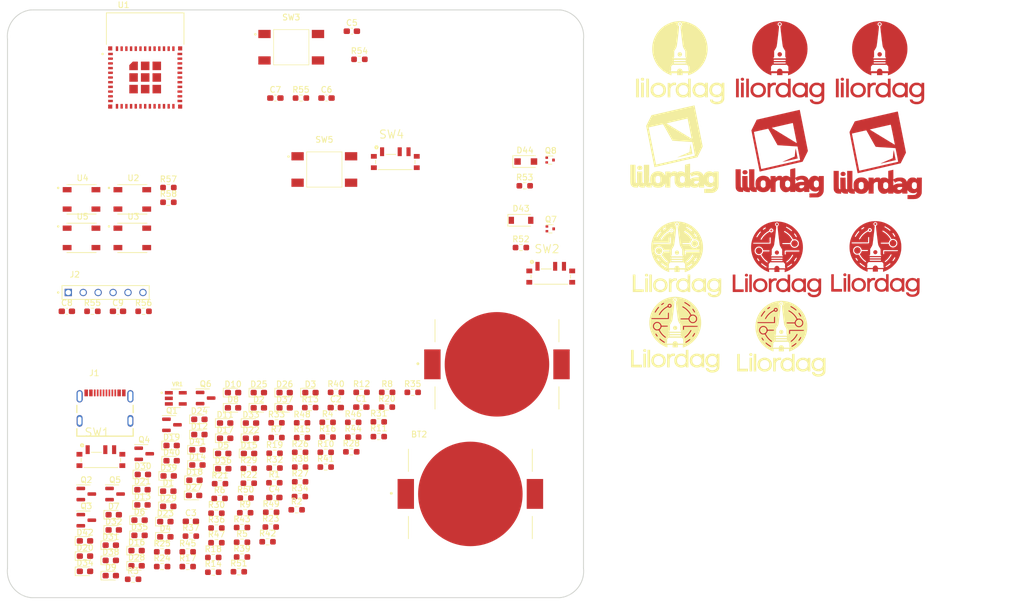
<source format=kicad_pcb>
(kicad_pcb (version 20211014) (generator pcbnew)
  (title_block (title "Lilordag logo test") (date "2022-09-02") (rev "1"))
  (layers (0 "F.Cu" signal) (31 "B.Cu" signal) (34 "B.Paste" user) (35 "F.Paste" user) (36 "B.SilkS" user "B.Silkscreen") (37 "F.SilkS" user "F.Silkscreen") (38 "B.Mask" user) (39 "F.Mask" user) (44 "Edge.Cuts" user))
  (net 0 "")
  (net 1 "LEFT_LED_CONNECTION")
  (net 2 "RIGHT_LED_CONNECTION")
  (net 3 "Net-(D1-Pad2)")
  (net 4 "Net-(D3-Pad2)")
  (net 5 "Net-(D5-Pad2)")
  (net 6 "Net-(D7-Pad2)")
  (net 7 "Net-(D9-Pad2)")
  (net 8 "Net-(D11-Pad2)")
  (net 9 "Net-(D13-Pad2)")
  (net 10 "Net-(D15-Pad2)")
  (net 11 "Net-(D17-Pad2)")
  (net 12 "Net-(D19-Pad2)")
  (net 13 "Net-(D21-Pad2)")
  (net 14 "Net-(D22-Pad2)")
  (net 15 "GND")
  (net 16 "+3.3V")
  (net 18 "VCC")
  (net 19 "RIGHT_BASE")
  (net 20 "LEFT_BASE")
  (net 21 "Net-(D2-Pad2)")
  (net 22 "Net-(D4-Pad2)")
  (net 23 "Net-(D6-Pad2)")
  (net 24 "Net-(D8-Pad2)")
  (net 25 "Net-(D10-Pad2)")
  (net 26 "Net-(D12-Pad2)")
  (net 27 "Net-(D14-Pad2)")
  (net 28 "Net-(D16-Pad2)")
  (net 29 "Net-(D18-Pad2)")
  (net 30 "Net-(D20-Pad2)")
  (net 31 "Net-(Q2-Pad1)")
  (net 32 "Net-(Q3-Pad1)")
  (net 33 "Net-(D23-Pad2)")
  (net 34 "Net-(D24-Pad2)")
  (net 35 "Net-(D25-Pad2)")
  (net 36 "Net-(D26-Pad2)")
  (net 37 "Net-(D27-Pad2)")
  (net 38 "Net-(D28-Pad2)")
  (net 39 "Net-(D29-Pad2)")
  (net 40 "Net-(D30-Pad2)")
  (net 41 "Net-(D31-Pad2)")
  (net 42 "Net-(D32-Pad2)")
  (net 43 "Net-(D33-Pad2)")
  (net 44 "Net-(D34-Pad2)")
  (net 45 "Net-(D35-Pad2)")
  (net 46 "Net-(D36-Pad2)")
  (net 47 "Net-(D37-Pad2)")
  (net 48 "Net-(D38-Pad2)")
  (net 49 "Net-(D39-Pad2)")
  (net 50 "Net-(D40-Pad2)")
  (net 51 "Net-(D41-Pad2)")
  (net 52 "Net-(D42-Pad2)")
  (net 53 "+5V")
  (net 54 "USB_D-")
  (net 55 "USB_D+")
  (net 57 "Net-(J1-PadB5)")
  (net 58 "Net-(J1-PadA5)")
  (net 60 "Net-(Q1-Pad1)")
  (net 61 "Net-(Q3-Pad3)")
  (net 62 "Net-(Q4-Pad1)")
  (net 63 "Net-(R47-Pad2)")
  (net 64 "+BATT")
  (net 65 "Net-(BT1-Pad3)")
  (net 66 "V3.3-ESP")
  (net 67 "Net-(D43-Pad2)")
  (net 68 "Net-(BT1-Pad1)")
  (net 69 "Net-(D1-Pad1)")
  (net 70 "Net-(D10-Pad1)")
  (net 71 "Net-(Q4-Pad3)")
  (net 81 "STRAP_IO2")
  (net 87 "STRAP_IO8")
  (net 88 "BOOT")
  (net 91 "RX")
  (net 92 "TX")
  (net 95 "V3.3-VIBRATOR")
  (net 96 "Net-(R57-Pad1)")
  (net 101 "ENABLE")
  (net 102 "Net-(U1-Pad5)")
  (net 103 "RGB")
  (net 104 "Net-(U2-Pad2)")
  (net 105 "Net-(U3-Pad2)")
  (net 106 "Net-(U4-Pad2)")
  (footprint "Resistor_SMD:R_0603_1608Metric_Pad0.98x0.95mm_HandSolder" (layer "F.Cu") (at 116 59.925)
    (fp_text reference "R53")
    (fp_text value "100k" hide)
  )
  (footprint "Resistor_SMD:R_0603_1608Metric_Pad0.98x0.95mm_HandSolder" (layer "F.Cu") (at 91.17 102.6)
    (fp_text reference "R11")
    (fp_text value "470")
  )
  (footprint "HEADER-6-PIN:TE_5-146282-6" (layer "F.Cu") (at 38.345 78.08)
    (fp_text reference "J2")
    (fp_text value "5-146282-6")
  )
  (footprint "PCM12SMTR:SW_PCM12SMTR" (layer "F.Cu") (at 43.89 106.57)
    (fp_text reference "SW1")
    (fp_text value "PCM12SMTR")
  )
  (footprint "LED_SMD:LED_0603_1608Metric_Pad1.05x0.95mm_HandSolder" (layer "F.Cu") (at 60.645 102.25)
    (fp_text reference "D12")
    (fp_text value "RED")
  )
  (footprint "LED_SMD:LED_0603_1608Metric_Pad1.05x0.95mm_HandSolder" (layer "F.Cu") (at 49.965 121.99)
    (fp_text reference "D16")
    (fp_text value "RED")
  )
  (footprint "LED_SMD:LED_0603_1608Metric_Pad1.05x0.95mm_HandSolder" (layer "F.Cu") (at 75.155 95.11)
    (fp_text reference "D26")
    (fp_text value "RED")
  )
  (footprint "ESP32-C3-MINI:XCVR_ESP32-C3-MINI-1-N4" (layer "F.Cu") (at 51.425 38.8)
    (fp_text reference "U1")
    (fp_text value "ESP32-C3-MINI-1-N4")
  )
  (footprint "LED_SMD:LED_0603_1608Metric_Pad1.05x0.95mm_HandSolder" (layer "F.Cu") (at 66.375 97.7)
    (fp_text reference "D8")
    (fp_text value "RED")
  )
  (footprint "LED_SMD:LED_0603_1608Metric_Pad1.05x0.95mm_HandSolder" (layer "F.Cu") (at 51.035 109.04)
    (fp_text reference "D30")
    (fp_text value "RED")
  )
  (footprint "LED_SMD:LED_0603_1608Metric_Pad1.05x0.95mm_HandSolder" (layer "F.Cu") (at 54.855 119.65)
    (fp_text reference "D4")
    (fp_text value "RED")
  )
  (footprint "Resistor_SMD:R_0603_1608Metric_Pad0.98x0.95mm_HandSolder" (layer "F.Cu") (at 64.16 110.61)
    (fp_text reference "R21")
    (fp_text value "470")
  )
  (footprint "Resistor_SMD:R_0603_1608Metric_Pad0.98x0.95mm_HandSolder" (layer "F.Cu") (at 77.79 110.29)
    (fp_text reference "R27")
    (fp_text value "470")
  )
  (footprint "LED_SMD:LED_0603_1608Metric_Pad1.05x0.95mm_HandSolder" (layer "F.Cu") (at 50.965 111.63)
    (fp_text reference "D21")
    (fp_text value "RED")
  )
  (footprint "pcb_logos:candy-simple-light-green" (layer "F.Cu") (at 165.650917 61.334839)
    (fp_text reference "Ref**" hide)
    (fp_text value "Val**" hide)
  )
  (footprint "Resistor_SMD:R_0603_1608Metric_Pad0.98x0.95mm_HandSolder" (layer "F.Cu") (at 69.05 108.02)
    (fp_text reference "R29")
    (fp_text value "470")
  )
  (footprint "Capacitor_SMD:C_0603_1608Metric_Pad1.08x0.95mm_HandSolder" (layer "F.Cu") (at 88.2 97.58)
    (fp_text reference "C1")
    (fp_text value "1uF")
  )
  (footprint "pcb_logos:candy-simple-white" (layer "F.Cu") (at 147.75 60.575)
    (fp_text reference "Ref**" hide)
    (fp_text value "Val**" hide)
  )
  (footprint "LED_SMD:LED_0603_1608Metric_Pad1.05x0.95mm_HandSolder" (layer "F.Cu") (at 49.965 124.58)
    (fp_text reference "D28")
    (fp_text value "RED")
  )
  (footprint "MountingHole:MountingHole_6mm" (layer "F.Cu") (at 33 125)
    (fp_text reference "H3" hide)
    (fp_text value "MountingHole" hide)
  )
  (footprint "Resistor_SMD:R_0603_1608Metric_Pad0.98x0.95mm_HandSolder" (layer "F.Cu") (at 67.9 120.57)
    (fp_text reference "R5")
    (fp_text value "470")
  )
  (footprint "LED_SMD:LED_0603_1608Metric_Pad1.05x0.95mm_HandSolder" (layer "F.Cu") (at 60.315 107.43)
    (fp_text reference "D14")
    (fp_text value "RED")
  )
  (footprint "WS2812B:LED_WS2812B-B" (layer "F.Cu") (at 40.595 62.24)
    (fp_text reference "U4")
    (fp_text value "WS2812B-B")
  )
  (footprint "pcb_logos:tower-complex-golden-stars" (layer "F.Cu") (at 160.65 85)
    (fp_text reference "Ref**" hide)
    (fp_text value "Val**" hide)
  )
  (footprint "LED_SMD:LED_0603_1608Metric_Pad1.05x0.95mm_HandSolder" (layer "F.Cu") (at 64.705 105.47)
    (fp_text reference "D5")
    (fp_text value "RED")
  )
  (footprint "BK-912-TR-batt-holder:MPD_BK-912-TR" (layer "F.Cu") (at 111.275 90.3)
    (fp_text reference "BT1" hide)
    (fp_text value "BK-912-TR" hide)
  )
  (footprint "LED_SMD:LED_0603_1608Metric_Pad1.05x0.95mm_HandSolder" (layer "F.Cu") (at 55.925 106.7)
    (fp_text reference "D40")
    (fp_text value "RED")
  )
  (footprint "Resistor_SMD:R_0603_1608Metric_Pad0.98x0.95mm_HandSolder" (layer "F.Cu") (at 49.37 126.87)
    (fp_text reference "R3")
    (fp_text value "5.1k 1%")
  )
  (footprint "LED_SMD:LED_0603_1608Metric_Pad1.05x0.95mm_HandSolder" (layer "F.Cu") (at 46.075 115.89)
    (fp_text reference "D7")
    (fp_text value "RED")
  )
  (footprint "LED_SMD:LED_0603_1608Metric_Pad1.05x0.95mm_HandSolder" (layer "F.Cu") (at 66.375 95.11)
    (fp_text reference "D10")
    (fp_text value "RED")
  )
  (footprint "LDO-AP7366-33W5-7:SOT95P285X140-5N" (layer "F.Cu") (at 56.635 96.09)
    (fp_text reference "VR1")
    (fp_text value "AP7366-33W5-7")
  )
  (footprint "Diode_SMD:D_SOD-123" (layer "F.Cu") (at 115.375 65.8)
    (fp_text reference "D43")
    (fp_text value "MMSZ5233B 6V" hide)
  )
  (footprint "Resistor_SMD:R_0603_1608Metric_Pad0.98x0.95mm_HandSolder" (layer "F.Cu") (at 42.45 81.28)
    (fp_text reference "R55")
    (fp_text value "10k")
  )
  (footprint "Resistor_SMD:R_0603_1608Metric_Pad0.98x0.95mm_HandSolder" (layer "F.Cu") (at 82.47 100.17)
    (fp_text reference "R4")
    (fp_text value "470")
  )
  (footprint "Resistor_SMD:R_0603_1608Metric_Pad0.98x0.95mm_HandSolder" (layer "F.Cu") (at 78.12 102.76)
    (fp_text reference "R15")
    (fp_text value "470")
  )
  (footprint "Resistor_SMD:R_0603_1608Metric_Pad0.98x0.95mm_HandSolder" (layer "F.Cu") (at 73.44 105.43)
    (fp_text reference "R19")
    (fp_text value "470")
  )
  (footprint "TL3301AF260QG-button:TL3301AF260QG" (layer "F.Cu") (at 76.275 36.35)
    (fp_text reference "SW3")
    (fp_text value "SW_MEC_5G")
  )
  (footprint "Diode_SMD:D_SOD-123F" (layer "F.Cu") (at 116.175 55.8)
    (fp_text reference "D44")
    (fp_text value "D_Schottky" hide)
  )
  (footprint "WS2812B:LED_WS2812B-B" (layer "F.Cu") (at 49.235 62.24)
    (fp_text reference "U2")
    (fp_text value "WS2812B-B")
  )
  (footprint "Resistor_SMD:R_0603_1608Metric_Pad0.98x0.95mm_HandSolder" (layer "F.Cu") (at 73.4 110.45)
    (fp_text reference "R1")
    (fp_text value "470")
  )
  (footprint "Resistor_SMD:R_0603_1608Metric_Pad0.98x0.95mm_HandSolder" (layer "F.Cu") (at 86.82 100.17)
    (fp_text reference "R46")
    (fp_text value "470")
  )
  (footprint "LED_SMD:LED_0603_1608Metric_Pad1.05x0.95mm_HandSolder" (layer "F.Cu") (at 70.765 97.7)
    (fp_text reference "D2")
    (fp_text value "RED")
  )
  (footprint "Resistor_SMD:R_0603_1608Metric_Pad0.98x0.95mm_HandSolder" (layer "F.Cu") (at 73.44 107.94)
    (fp_text reference "R32")
    (fp_text value "470")
  )
  (footprint "Resistor_SMD:R_0603_1608Metric_Pad0.98x0.95mm_HandSolder" (layer "F.Cu") (at 78.12 100.25)
    (fp_text reference "R48")
    (fp_text value "470")
  )
  (footprint "Capacitor_SMD:C_0603_1608Metric_Pad1.08x0.95mm_HandSolder" (layer "F.Cu") (at 86.5875 33.625)
    (fp_text reference "C5")
    (fp_text value "1uf" hide)
  )
  (footprint "LED_SMD:LED_0603_1608Metric_Pad1.05x0.95mm_HandSolder" (layer "F.Cu") (at 46.075 118.48)
    (fp_text reference "D32")
    (fp_text value "RED")
  )
  (footprint "LED_SMD:LED_0603_1608Metric_Pad1.05x0.95mm_HandSolder" (layer "F.Cu") (at 41.185 122.93)
    (fp_text reference "D20")
    (fp_text value "RED")
  )
  (footprint "Resistor_SMD:R_0603_1608Metric_Pad0.98x0.95mm_HandSolder" (layer "F.Cu") (at 72.86 115.47)
    (fp_text reference "R49")
    (fp_text value "470k")
  )
  (footprint "Package_TO_SOT_SMD:SOT-23" (layer "F.Cu") (at 41.41 116.82)
    (fp_text reference "Q3")
    (fp_text value "MMBT3906")
  )
  (footprint "LED_SMD:LED_0603_1608Metric_Pad1.05x0.95mm_HandSolder" (layer "F.Cu") (at 45.575 121.07)
    (fp_text reference "D31")
    (fp_text value "RED")
  )
  (footprint "Capacitor_SMD:C_0603_1608Metric_Pad1.08x0.95mm_HandSolder" (layer "F.Cu") (at 82.275 45)
    (fp_text reference "C6")
    (fp_text value "10nF" hide)
  )
  (footprint "LED_SMD:LED_0603_1608Metric_Pad1.05x0.95mm_HandSolder" (layer "F.Cu") (at 41.185 125.52)
    (fp_text reference "D34")
    (fp_text value "RED")
  )
  (footprint "pcb_logos:candy-simple-clear" (layer "F.Cu") (at 198.650917 61.334839)
    (fp_text reference "Ref**" hide)
    (fp_text value "Val**" hide)
  )
  (footprint "LED_SMD:LED_0603_1608Metric_Pad1.05x0.95mm_HandSolder" (layer "F.Cu") (at 65.035 100.29)
    (fp_text reference "D11")
    (fp_text value "RED")
  )
  (footprint "pcb_logos:logo-tower-simple-light-green" (layer "F.Cu") (at 164.650917 44.334839)
    (fp_text reference "Ref**" hide)
    (fp_text value "Val**" hide)
  )
  (footprint "Resistor_SMD:R_0603_1608Metric_Pad0.98x0.95mm_HandSolder" (layer "F.Cu") (at 86.49 105.19)
    (fp_text reference "R28")
    (fp_text value "470")
  )
  (footprint "LED_SMD:LED_0603_1608Metric_Pad1.05x0.95mm_HandSolder" (layer "F.Cu") (at 65.035 102.88)
    (fp_text reference "D17")
    (fp_text value "RED")
  )
  (footprint "Resistor_SMD:R_0603_1608Metric_Pad0.98x0.95mm_HandSolder" (layer "F.Cu") (at 115.35 70.43)
    (fp_text reference "R52")
    (fp_text value "100k" hide)
  )
  (footprint "Resistor_SMD:R_0603_1608Metric_Pad0.98x0.95mm_HandSolder" (layer "F.Cu") (at 67.36 125.59)
    (fp_text reference "R51")
    (fp_text value "470")
  )
  (footprint "WS2812B:LED_WS2812B-B" (layer "F.Cu") (at 40.595 68.79)
    (fp_text reference "U5")
    (fp_text value "WS2812B-B")
  )
  (footprint "LED_SMD:LED_0603_1608Metric_Pad1.05x0.95mm_HandSolder" (layer "F.Cu") (at 45.575 126.25)
    (fp_text reference "D9")
    (fp_text value "RED")
  )
  (footprint "TL3301AF260QG-button:TL3301AF260QG" (layer "F.Cu") (at 81.905 57.155)
    (fp_text reference "SW5")
    (fp_text value "SW_MEC_5G")
  )
  (footprint "LED_SMD:LED_0603_1608Metric_Pad1.05x0.95mm_HandSolder" (layer "F.Cu") (at 69.095 105.47)
    (fp_text reference "D15")
    (fp_text value "RED")
  )
  (footprint "LED_SMD:LED_0603_1608Metric_Pad1.05x0.95mm_HandSolder" (layer "F.Cu") (at 69.425 100.29)
    (fp_text reference "D33")
    (fp_text value "RED")
  )
  (footprint "LED_SMD:LED_0603_1608Metric_Pad1.05x0.95mm_HandSolder" (layer "F.Cu") (at 55.425 109.29)
    (fp_text reference "D39")
    (fp_text value "RED")
  )
  (footprint "Resistor_SMD:R_0603_1608Metric_Pad0.98x0.95mm_HandSolder" (layer "F.Cu") (at 68.51 113.04)
    (fp_text reference "R50")
    (fp_text value "470k")
  )
  (footprint "pcb_logos:logo-tower-simple-gold" (layer "F.Cu") (at 181.650917 44.334839)
    (fp_text reference "Ref**" hide)
    (fp_text value "Val**" hide)
  )
  (footprint "Resistor_SMD:R_0603_1608Metric_Pad0.98x0.95mm_HandSolder" (layer "F.Cu") (at 77.2 115.05)
    (fp_text reference "R2")
    (fp_text value "5.1k 1%")
  )
  (footprint "BK-912-TR-batt-holder:MPD_BK-912-TR" (layer "F.Cu") (at 106.75 112.35)
    (fp_text reference "BT2")
    (fp_text value "BK-912-TR")
  )
  (footprint "LED_SMD:LED_0603_1608Metric_Pad1.05x0.95mm_HandSolder" (layer "F.Cu") (at 64.705 108.06)
    (fp_text reference "D36")
    (fp_text value "RED")
  )
  (footprint "Resistor_SMD:R_0603_1608Metric_Pad0.98x0.95mm_HandSolder" (layer "F.Cu") (at 77.75 112.8)
    (fp_text reference "R34")
    (fp_text value "470")
  )
  (footprint "LED_SMD:LED_0603_1608Metric_Pad1.05x0.95mm_HandSolder" (layer "F.Cu") (at 50.465 119.4)
    (fp_text reference "D35")
    (fp_text value "RED")
  )
  (footprint "pcb_logos:tower-complex-gold" (layer "F.Cu") (at 176.650917 71.435)
    (fp_text reference "Ref**" hide)
    (fp_text value "Val**" hide)
  )
  (footprint "Resistor_SMD:R_0603_1608Metric_Pad0.98x0.95mm_HandSolder" (layer "F.Cu") (at 73.77 102.76)
    (fp_text reference "R7")
    (fp_text value "470")
  )
  (footprint "LED_SMD:LED_0603_1608Metric_Pad1.05x0.95mm_HandSolder" (layer "F.Cu") (at 55.925 104.11)
    (fp_text reference "D19")
    (fp_text value "RED")
  )
  (footprint "Resistor_SMD:R_0603_1608Metric_Pad0.98x0.95mm_HandSolder" (layer "F.Cu") (at 91.17 100.09)
    (fp_text reference "R31")
    (fp_text value "1k")
  )
  (footprint "Resistor_SMD:R_0603_1608Metric_Pad0.98x0.95mm_HandSolder" (layer "F.Cu") (at 68.44 115.55)
    (fp_text reference "R9")
    (fp_text value "470")
  )
  (footprint "Resistor_SMD:R_0603_1608Metric_Pad0.98x0.95mm_HandSolder" (layer "F.Cu") (at 83.89 95.07)
    (fp_text reference "R40")
    (fp_text value "470")
  )
  (footprint "LED_SMD:LED_0603_1608Metric_Pad1.05x0.95mm_HandSolder" (layer "F.Cu") (at 60.645 99.66)
    (fp_text reference "D24")
    (fp_text value "RED")
  )
  (footprint "Capacitor_SMD:C_0603_1608Metric_Pad1.08x0.95mm_HandSolder" (layer "F.Cu") (at 73.4 112.96)
    (fp_text reference "C4")
    (fp_text value "470nF")
  )
  (footprint "Package_TO_SOT_SMD:SOT-23" (layer "F.Cu") (at 51.26 105.52)
    (fp_text reference "Q4")
    (fp_text value "MMBT3906")
  )
  (footprint "Resistor_SMD:R_0603_1608Metric_Pad0.98x0.95mm_HandSolder" (layer "F.Cu") (at 72.79 117.98)
    (fp_text reference "R23")
    (fp_text value "470")
  )
  (footprint "Capacitor_SMD:C_0603_1608Metric_Pad1.08x0.95mm_HandSolder" (layer "F.Cu") (at 83.85 97.66)
    (fp_text reference "C2")
    (fp_text value "1uF")
  )
  (footprint "Resistor_SMD:R_0603_1608Metric_Pad0.98x0.95mm_HandSolder" (layer "F.Cu") (at 63.01 123.16)
    (fp_text reference "R18")
    (fp_text value "470")
  )
  (footprint "MountingHole:MountingHole_6mm" (layer "F.Cu") (at 121 35)
    (fp_text reference "H1" hide)
    (fp_text value "MountingHole" hide)
  )
  (footprint "LED_SMD:LED_0603_1608Metric_Pad1.05x0.95mm_HandSolder" (layer "F.Cu") (at 70.765 95.11)
    (fp_text reference "D25")
    (fp_text value "RED")
  )
  (footprint "LED_SMD:LED_0603_1608Metric_Pad1.05x0.95mm_HandSolder" (layer "F.Cu") (at 50.465 116.81)
    (fp_text reference "D6")
    (fp_text value "RED")
  )
  (footprint "Capacitor_SMD:C_0603_1608Metric_Pad1.08x0.95mm_HandSolder" (layer "F.Cu") (at 38.1 81.28)
    (fp_text reference "C8")
    (fp_text value "1uf")
  )
  (footprint "Resistor_SMD:R_0603_1608Metric_Pad0.98x0.95mm_HandSolder" (layer "F.Cu") (at 82.47 102.68)
    (fp_text reference "R16")
    (fp_text value "470")
  )
  (footprint "pcb_logos:logo-tower-simple-white" (layer "F.Cu") (at 147.650917 44.334839)
    (fp_text reference "Ref**" hide)
    (fp_text value "Val**" hide)
  )
  (footprint "Resistor_SMD:R_0603_1608Metric_Pad0.98x0.95mm_HandSolder" (layer "F.Cu") (at 54.31 122.2)
    (fp_text reference "R25")
    (fp_text value "470")
  )
  (footprint "Resistor_SMD:R_0603_1608Metric_Pad0.98x0.95mm_HandSolder" (layer "F.Cu") (at 63.55 118.14)
    (fp_text reference "R36")
    (fp_text value "470")
  )
  (footprint "Resistor_SMD:R_0603_1608Metric_Pad0.98x0.95mm_HandSolder" (layer "F.Cu") (at 79.5 97.66)
    (fp_text reference "R13")
    (fp_text value "470")
  )
  (footprint "WS2812B:LED_WS2812B-B" (layer "F.Cu") (at 49.235 68.79)
    (fp_text reference "U3")
    (fp_text value "WS2812B-B")
  )
  (footprint "Resistor_SMD:R_0603_1608Metric_Pad0.98x0.95mm_HandSolder" (layer "F.Cu") (at 92.55 97.58)
    (fp_text reference "R20")
    (fp_text value "470")
  )
  (footprint "Resistor_SMD:R_0603_1608Metric_Pad0.98x0.95mm_HandSolder" (layer "F.Cu") (at 58.66 124.71)
    (fp_text reference "R17")
    (fp_text value "470")
  )
  (footprint "Resistor_SMD:R_0603_1608Metric_Pad0.98x0.95mm_HandSolder" (layer "F.Cu") (at 55.38 60.22)
    (fp_text reference "R57")
    (fp_text value "0")
  )
  (footprint "Resistor_SMD:R_0603_1608Metric_Pad0.98x0.95mm_HandSolder" (layer "F.Cu") (at 54.31 124.71)
    (fp_text reference "R24")
    (fp_text value "470")
  )
  (footprint "Resistor_SMD:R_0603_1608Metric_Pad0.98x0.95mm_HandSolder" (layer "F.Cu") (at 55.38 62.73)
    (fp_text reference "R58")
    (fp_text value "0")
  )
  (footprint "Resistor_SMD:R_0603_1608Metric_Pad0.98x0.95mm_HandSolder" (layer "F.Cu") (at 77.79 107.78)
    (fp_text reference "R38")
    (fp_text value "470")
  )
  (footprint "pcb_logos:candy-simple-gold" (layer "F.Cu") (at 182.650917 61.334839)
    (fp_text reference "Ref**" hide)
    (fp_text value "Val**" hide)
  )
  (footprint "LED_SMD:LED_0603_1608Metric_Pad1.05x0.95mm_HandSolder" (layer "F.Cu") (at 79.545 95.11)
    (fp_text reference "D3")
    (fp_text value "RED")
  )
  (footprint "MountingHole:MountingHole_6mm" (layer "F.Cu") (at 121 125)
    (fp_text reference "H2" hide)
    (fp_text value "MountingHole" hide)
  )
  (footprint "pcb_logos:tower-complex-clear" (layer "F.Cu") (at 193.650917 71.435)
    (fp_text reference "Ref**" hide)
    (fp_text value "Val**" hide)
  )
  (footprint "Resistor_SMD:R_0603_1608Metric_Pad0.98x0.95mm_HandSolder" (layer "F.Cu") (at 82.14 107.78)
    (fp_text reference "R41")
    (fp_text value "470")
  )
  (footprint "LED_SMD:LED_0603_1608Metric_Pad1.05x0.95mm_HandSolder" (layer "F.Cu") (at 50.965 114.22)
    (fp_text reference "D13")
    (fp_text value "RED")
  )
  (footprint "Package_TO_SOT_SMD:SOT-23" (layer "F.Cu") (at 55.98 100.59)
    (fp_text reference "Q1")
    (fp_text value "BC846")
  )
  (footprint "Resistor_SMD:R_0603_1608Metric_Pad0.98x0.95mm_HandSolder" (layer "F.Cu") (at 58.66 122.2)
    (fp_text reference "R45")
    (fp_text value "470")
  )
  (footprint "Package_TO_SOT_SMD:SOT-723" (layer "F.Cu") (at 120.32 55.55)
    (fp_text reference "Q8")
    (fp_text value "SSM3J56MFV" hide)
  )
  (footprint "Package_TO_SOT_SMD:SOT-23" (layer "F.Cu") (at 46.3 112.37)
    (fp_text reference "Q5")
    (fp_text value "BC846")
  )
  (footprint "Resistor_SMD:R_0603_1608Metric_Pad0.98x0.95mm_HandSolder" (layer "F.Cu") (at 73.77 100.25)
    (fp_text reference "R33")
    (fp_text value "1k")
  )
  (footprint "LED_SMD:LED_0603_1608Metric_Pad1.05x0.95mm_HandSolder" (layer "F.Cu") (at 41.185 120.34)
    (fp_text reference "D42")
    (fp_text value "place holder")
  )
  (footprint "LED_SMD:LED_0603_1608Metric_Pad1.05x0.95mm_HandSolder" (layer "F.Cu") (at 45.575 123.66)
    (fp_text reference "D38")
    (fp_text value "RED")
  )
  (footprint "Resistor_SMD:R_0603_1608Metric_Pad0.98x0.95mm_HandSolder" (layer "F.Cu") (at 51.15 81.28)
    (fp_text reference "R56")
    (fp_text value "10k")
  )
  (footprint "Capacitor_SMD:C_0603_1608Metric_Pad1.08x0.95mm_HandSolder" (layer "F.Cu") (at 59.2 117.02)
    (fp_text reference "C3")
    (fp_text value "470nF")
  )
  (footprint "Resistor_SMD:R_0603_1608Metric_Pad0.98x0.95mm_HandSolder" (layer "F.Cu") (at 59.2 119.53)
    (fp_text reference "R37")
    (fp_text value "470")
  )
  (footprint "Resistor_SMD:R_0603_1608Metric_Pad0.98x0.95mm_HandSolder" (layer "F.Cu") (at 86.82 102.68)
    (fp_text reference "R44")
    (fp_text value "470")
  )
  (footprint "pcb_logos:tower-complex-white" (layer "F.Cu") (at 142.650917 71.435)
    (fp_text reference "Ref**" hide)
    (fp_text value "Val**" hide)
  )
  (footprint "LED_SMD:LED_0603_1608Metric_Pad1.05x0.95mm_HandSolder" (layer "F.Cu") (at 60.315 104.84)
    (fp_text reference "D41")
    (fp_text value "place holder")
  )
  (footprint "Resistor_SMD:R_0603_1608Metric_Pad0.98x0.95mm_HandSolder" (layer "F.Cu") (at 69.05 110.53)
    (fp_text reference "R22")
    (fp_text value "470")
  )
  (footprint "LED_SMD:LED_0603_1608Metric_Pad1.05x0.95mm_HandSolder" (layer "F.Cu") (at 54.855 117.06)
    (fp_text reference "D23")
    (fp_text value "RED")
  )
  (footprint "Resistor_SMD:R_0603_1608Metric_Pad0.98x0.95mm_HandSolder" (layer "F.Cu") (at 77.925 45)
    (fp_text reference "R55")
    (fp_text value "10k" hide)
  )
  (footprint "Resistor_SMD:R_0603_1608Metric_Pad0.98x0.95mm_HandSolder" (layer "F.Cu") (at 63.55 115.63)
    (fp_text reference "R30")
    (fp_text value "470")
  )
  (footprint "LED_SMD:LED_0603_1608Metric_Pad1.05x0.95mm_HandSolder" (layer "F.Cu") (at 59.815 110.02)
    (fp_text reference "D18")
    (fp_text value "RED")
  )
  (footprint "Resistor_SMD:R_0603_1608Metric_Pad0.98x0.95mm_HandSolder" (layer "F.Cu") (at 67.9 123.08)
    (fp_text reference "R39")
    (fp_text value "470")
  )
  (footprint "LED_SMD:LED_0603_1608Metric_Pad1.05x0.95mm_HandSolder" (layer "F.Cu") (at 55.355 114.47)
    (fp_text reference "D29")
    (fp_text value "RED")
  )
  (footprint "Package_TO_SOT_SMD:SOT-23" (layer "F.Cu") (at 61.71 96.04)
    (fp_text reference "Q6")
    (fp_text value "BC846")
  )
  (footprint "Resistor_SMD:R_0603_1608Metric_Pad0.98x0.95mm_HandSolder" (layer "F.Cu") (at 87.875 38.41)
    (fp_text reference "R54")
    (fp_text value "10k" hide)
  )
  (footprint "Package_TO_SOT_SMD:SOT-23" (layer "F.Cu") (at 41.41 112.37)
    (fp_text reference "Q2")
    (fp_text value "BC846")
  )
  (footprint "Resistor_SMD:R_0603_1608Metric_Pad0.98x0.95mm_HandSolder" (layer "F.Cu") (at 92.59 95.07)
    (fp_text reference "R8")
    (fp_text value "470")
  )
  (footprint "Resistor_SMD:R_0603_1608Metric_Pad0.98x0.95mm_HandSolder" (layer "F.Cu") (at 63.55 120.65)
    (fp_text reference "R47")
    (fp_text value "10k")
  )
  (footprint "pcb_logos:tower-complex-light-green-stars" (layer "F.Cu") (at 142.592962 84.314281)
    (fp_text reference "Ref**" hide)
    (fp_text value "Val**" hide)
  )
  (footprint "Capacitor_SMD:C_0603_1608Metric_Pad1.08x0.95mm_HandSolder" (layer "F.Cu") (at 73.575 45)
    (fp_text reference "C7")
    (fp_text value "0.1nF" hide)
  )
  (footprint "Resistor_SMD:R_0603_1608Metric_Pad0.98x0.95mm_HandSolder" (layer "F.Cu") (at 88.24 95.07)
    (fp_text reference "R12")
    (fp_text value "1k")
  )
  (footprint "LED_SMD:LED_0603_1608Metric_Pad1.05x0.95mm_HandSolder" (layer "F.Cu") (at 55.355 111.88)
    (fp_text reference "D1")
    (fp_text value "RED")
  )
  (footprint "Resistor_SMD:R_0603_1608Metric_Pad0.98x0.95mm_HandSolder" (layer "F.Cu") (at 77.79 105.27)
    (fp_text reference "R26")
    (fp_text value "470")
  )
  (footprint "PCM12SMTR:SW_PCM12SMTR" (layer "F.Cu") (at 93.98 55.88)
    (fp_text reference "SW4")
    (fp_text value "PCM12SMTR")
  )
  (footprint "Resistor_SMD:R_0603_1608Metric_Pad0.98x0.95mm_HandSolder" (layer "F.Cu") (at 67.9 118.06)
    (fp_text reference "R43")
    (fp_text value "470")
  )
  (footprint "Package_TO_SOT_SMD:SOT-723" (layer "F.Cu") (at 120.35 67.25)
    (fp_text reference "Q7")
    (fp_text value "SSM3J56MFV" hide)
  )
  (footprint "Resistor_SMD:R_0603_1608Metric_Pad0.98x0.95mm_HandSolder" (layer "F.Cu") (at 82.14 105.27)
    (fp_text reference "R10")
    (fp_text value "1k")
  )
  (footprint "LED_SMD:LED_0603_1608Metric_Pad1.05x0.95mm_HandSolder" (layer "F.Cu") (at 75.155 97.7)
    (fp_text reference "D37")
    (fp_text value "RED")
  )
  (footprint "pcb_logos:tower-complex-light-green" (layer "F.Cu") (at 159.650917 71.435)
    (fp_text reference "Ref**" hide)
    (fp_text value "Val**" hide)
  )
  (footprint "Resistor_SMD:R_0603_1608Metric_Pad0.98x0.95mm_HandSolder" (layer "F.Cu") (at 72.25 120.49)
    (fp_text reference "R42")
    (fp_text value "470")
  )
  (footprint "Resistor_SMD:R_0603_1608Metric_Pad0.98x0.95mm_HandSolder" (layer "F.Cu") (at 63.01 125.67)
    (fp_text reference "R14")
    (fp_text value "470")
  )
  (footprint "Capacitor_SMD:C_0603_1608Metric_Pad1.08x0.95mm_HandSolder" (layer "F.Cu") (at 46.8 81.28)
    (fp_text reference "C9")
    (fp_text value "1uf")
  )
  (footprint "PCM12SMTR:SW_PCM12SMTR" (layer "F.Cu") (at 120.425 75.375)
    (fp_text reference "SW2")
    (fp_text value "PCM12SMTR" hide)
  )
  (footprint "Resistor_SMD:R_0603_1608Metric_Pad0.98x0.95mm_HandSolder" (layer "F.Cu") (at 96.94 95.07)
    (fp_text reference "R35")
    (fp_text value "470")
  )
  (footprint "USBC-USB4105-GF-A:GCT_USB4105-GF-A" (layer "F.Cu") (at 44.59 99.92)
    (fp_text reference "J1")
    (fp_text value "USB4105-GF-A")
  )
  (footprint "pcb_logos:logo-tower-simple-clear" (layer "F.Cu") (at 198.650917 44.334839)
    (fp_text reference "Ref**" hide)
    (fp_text value "Val**" hide)
  )
  (footprint "MountingHole:MountingHole_6mm" (layer "F.Cu") (at 33 35)
    (fp_text reference "H4" hide)
    (fp_text value "MountingHole" hide)
  )
  (footprint "LED_SMD:LED_0603_1608Metric_Pad1.05x0.95mm_HandSolder" (layer "F.Cu") (at 69.425 102.88)
    (fp_text reference "D22")
    (fp_text value "RED")
  )
  (footprint "Resistor_SMD:R_0603_1608Metric_Pad0.98x0.95mm_HandSolder" (layer "F.Cu") (at 64.09 113.12)
    (fp_text reference "R6")
    (fp_text value "470")
  )
  (footprint "LED_SMD:LED_0603_1608Metric_Pad1.05x0.95mm_HandSolder" (layer "F.Cu") (at 59.745 112.61)
    (fp_text reference "D27")
    (fp_text value "RED")
  )
  (gr_line locked (start 28 35) (end 28 125) (layer "Edge.Cuts") (width 0.15))
  (gr_line locked (start 32 30) (end 122 30) (layer "Edge.Cuts") (width 0.15))
  (gr_arc locked (start 32 130) (mid 28.964466 128.328427) (end 28 125) (layer "Edge.Cuts") (width 0.15))
  (gr_line locked (start 32 130) (end 122 130) (layer "Edge.Cuts") (width 0.15))
  (gr_arc locked (start 126 125) (mid 125.035534 128.328427) (end 122 130) (layer "Edge.Cuts") (width 0.15))
  (gr_line locked (start 126 35) (end 126 125) (layer "Edge.Cuts") (width 0.15))
  (gr_arc locked (start 28 35) (mid 28.964466 31.671573) (end 32 30) (layer "Edge.Cuts") (width 0.15))
  (gr_arc locked (start 122 30) (mid 125.035534 31.671573) (end 126 35) (layer "Edge.Cuts") (width 0.15))
)
</source>
